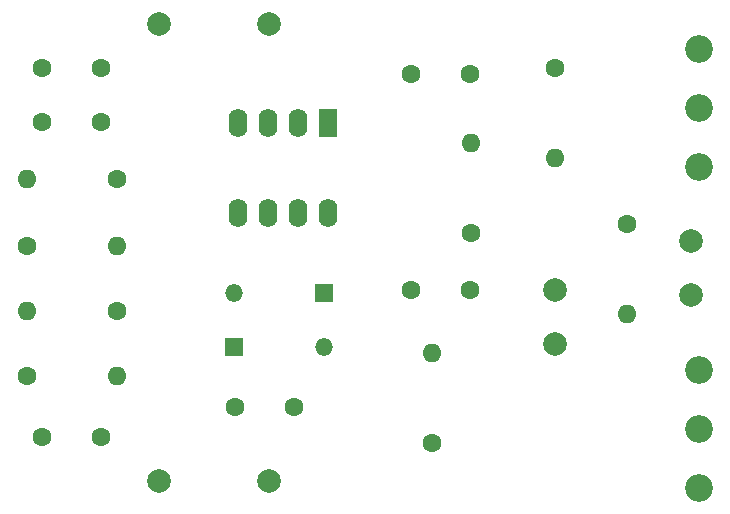
<source format=gbr>
G04 #@! TF.GenerationSoftware,KiCad,Pcbnew,5.1.0-060a0da~80~ubuntu18.04.1*
G04 #@! TF.CreationDate,2019-03-27T19:23:36+01:00*
G04 #@! TF.ProjectId,distpedal,64697374-7065-4646-916c-2e6b69636164,rev?*
G04 #@! TF.SameCoordinates,PX6d01460PY6ad32b0*
G04 #@! TF.FileFunction,Copper,L1,Top*
G04 #@! TF.FilePolarity,Positive*
%FSLAX46Y46*%
G04 Gerber Fmt 4.6, Leading zero omitted, Abs format (unit mm)*
G04 Created by KiCad (PCBNEW 5.1.0-060a0da~80~ubuntu18.04.1) date 2019-03-27 19:23:36*
%MOMM*%
%LPD*%
G04 APERTURE LIST*
%ADD10C,1.600000*%
%ADD11C,2.340000*%
%ADD12R,1.500000X1.500000*%
%ADD13O,1.500000X1.500000*%
%ADD14O,1.600000X1.600000*%
%ADD15R,1.600000X2.400000*%
%ADD16O,1.600000X2.400000*%
%ADD17C,2.000000*%
G04 APERTURE END LIST*
D10*
X41576000Y39624000D03*
X36576000Y39624000D03*
D11*
X60960000Y4572000D03*
X60960000Y9572000D03*
X60960000Y14572000D03*
D12*
X29210000Y21082000D03*
D13*
X21590000Y21082000D03*
X29210000Y16510000D03*
D12*
X21590000Y16510000D03*
D10*
X11684000Y30734000D03*
D14*
X4064000Y30734000D03*
X11697629Y25065002D03*
D10*
X4077629Y25065002D03*
X48768000Y40132000D03*
D14*
X48768000Y32512000D03*
X41656000Y33782000D03*
D10*
X41656000Y26162000D03*
X38354000Y8382000D03*
D14*
X38354000Y16002000D03*
D10*
X11684000Y19573336D03*
D14*
X4064000Y19573336D03*
X11684000Y14081670D03*
D10*
X4064000Y14081670D03*
D11*
X60960000Y41750000D03*
X60960000Y36750000D03*
X60960000Y31750000D03*
D15*
X29553829Y35504536D03*
D16*
X21933829Y27884536D03*
X27013829Y35504536D03*
X24473829Y27884536D03*
X24473829Y35504536D03*
X27013829Y27884536D03*
X21933829Y35504536D03*
X29553829Y27884536D03*
D10*
X54864000Y26924000D03*
D14*
X54864000Y19304000D03*
D10*
X5334000Y40132000D03*
X10334000Y40132000D03*
X10334000Y35560000D03*
X5334000Y35560000D03*
X36576000Y21336000D03*
X41576000Y21336000D03*
X26670000Y11430000D03*
X21670000Y11430000D03*
X5334000Y8890000D03*
X10334000Y8890000D03*
D17*
X15253629Y43865800D03*
X24600829Y43865800D03*
X60338629Y25440667D03*
X60338629Y20881334D03*
X48768000Y21336000D03*
X48768000Y16764000D03*
X24600829Y5126136D03*
X15253629Y5126136D03*
M02*

</source>
